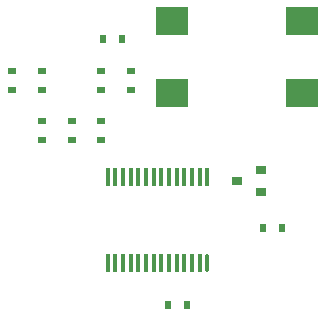
<source format=gbp>
%FSLAX25Y25*%
%MOIN*%
G70*
G01*
G75*
G04 Layer_Color=128*
%ADD10R,0.04500X0.04500*%
%ADD11R,0.01969X0.08858*%
%ADD12R,0.07874X0.09843*%
G04:AMPARAMS|DCode=13|XSize=31.5mil|YSize=11.81mil|CornerRadius=0mil|HoleSize=0mil|Usage=FLASHONLY|Rotation=180.000|XOffset=0mil|YOffset=0mil|HoleType=Round|Shape=Octagon|*
%AMOCTAGOND13*
4,1,8,-0.01575,0.00295,-0.01575,-0.00295,-0.01280,-0.00591,0.01280,-0.00591,0.01575,-0.00295,0.01575,0.00295,0.01280,0.00591,-0.01280,0.00591,-0.01575,0.00295,0.0*
%
%ADD13OCTAGOND13*%

%ADD14R,0.03150X0.01181*%
%ADD15R,0.03150X0.02362*%
%ADD16C,0.01000*%
%ADD17C,0.02000*%
%ADD18R,0.06250X0.06250*%
%ADD19R,0.15748X0.11811*%
%ADD20R,0.11811X0.15748*%
%ADD21R,0.03937X0.15748*%
%ADD22R,0.03937X0.11811*%
%ADD23R,0.06250X0.06250*%
%ADD24C,0.02500*%
%ADD25R,0.11024X0.09449*%
%ADD26R,0.03500X0.03100*%
G04:AMPARAMS|DCode=27|XSize=59.06mil|YSize=12.8mil|CornerRadius=0mil|HoleSize=0mil|Usage=FLASHONLY|Rotation=90.000|XOffset=0mil|YOffset=0mil|HoleType=Round|Shape=Octagon|*
%AMOCTAGOND27*
4,1,8,0.00320,0.02953,-0.00320,0.02953,-0.00640,0.02633,-0.00640,-0.02633,-0.00320,-0.02953,0.00320,-0.02953,0.00640,-0.02633,0.00640,0.02633,0.00320,0.02953,0.0*
%
%ADD27OCTAGOND27*%

%ADD28R,0.01280X0.05906*%
%ADD29R,0.02362X0.03150*%
%ADD30C,0.00600*%
%ADD31C,0.00750*%
%ADD32R,0.15748X1.25984*%
%ADD33R,1.41732X0.15748*%
%ADD34R,0.15748X1.25984*%
%ADD35R,1.10236X0.15748*%
%ADD36R,0.05300X0.05300*%
%ADD37R,0.02769X0.09658*%
%ADD38R,0.08674X0.10642*%
G04:AMPARAMS|DCode=39|XSize=39.5mil|YSize=19.81mil|CornerRadius=0mil|HoleSize=0mil|Usage=FLASHONLY|Rotation=180.000|XOffset=0mil|YOffset=0mil|HoleType=Round|Shape=Octagon|*
%AMOCTAGOND39*
4,1,8,-0.01975,0.00495,-0.01975,-0.00495,-0.01480,-0.00991,0.01480,-0.00991,0.01975,-0.00495,0.01975,0.00495,0.01480,0.00991,-0.01480,0.00991,-0.01975,0.00495,0.0*
%
%ADD39OCTAGOND39*%

%ADD40R,0.03950X0.01981*%
%ADD41R,0.03950X0.03162*%
%ADD42R,0.07050X0.07050*%
%ADD43R,0.00800X0.00800*%
%ADD44R,0.16548X0.12611*%
%ADD45R,0.12611X0.16548*%
%ADD46R,0.04737X0.16548*%
%ADD47R,0.04737X0.12611*%
%ADD48R,0.07050X0.07050*%
%ADD49C,0.03300*%
%ADD50R,1.25984X0.15748*%
%ADD51R,0.15748X1.10236*%
%ADD52R,0.11824X0.10249*%
%ADD53R,0.04300X0.03900*%
G04:AMPARAMS|DCode=54|XSize=67.06mil|YSize=20.8mil|CornerRadius=0mil|HoleSize=0mil|Usage=FLASHONLY|Rotation=90.000|XOffset=0mil|YOffset=0mil|HoleType=Round|Shape=Octagon|*
%AMOCTAGOND54*
4,1,8,0.00520,0.03353,-0.00520,0.03353,-0.01040,0.02833,-0.01040,-0.02833,-0.00520,-0.03353,0.00520,-0.03353,0.01040,-0.02833,0.01040,0.02833,0.00520,0.03353,0.0*
%
%ADD54OCTAGOND54*%

%ADD55R,0.02080X0.06706*%
%ADD56R,0.03162X0.03950*%
D15*
X350394Y299410D02*
D03*
Y293110D02*
D03*
X330709Y316142D02*
D03*
Y309842D02*
D03*
X340551Y299410D02*
D03*
Y293110D02*
D03*
Y316142D02*
D03*
Y309842D02*
D03*
X360236Y299410D02*
D03*
Y293110D02*
D03*
X370079Y316142D02*
D03*
Y309842D02*
D03*
X360236Y316142D02*
D03*
Y309842D02*
D03*
D25*
X383858Y332677D02*
D03*
X427165D02*
D03*
Y308661D02*
D03*
X383858D02*
D03*
D26*
X413412Y283228D02*
D03*
Y275828D02*
D03*
X405512Y279528D02*
D03*
D27*
X395669Y251969D02*
D03*
D28*
X393110D02*
D03*
X390551D02*
D03*
X387992D02*
D03*
X385433D02*
D03*
X382874D02*
D03*
X380315D02*
D03*
X377756D02*
D03*
X375197D02*
D03*
X372638D02*
D03*
X370079D02*
D03*
X367520D02*
D03*
X364961D02*
D03*
X362402D02*
D03*
X395669Y280709D02*
D03*
X393110D02*
D03*
X390551D02*
D03*
X387992D02*
D03*
X385433D02*
D03*
X382874D02*
D03*
X380315D02*
D03*
X377756D02*
D03*
X375197D02*
D03*
X372638D02*
D03*
X370079D02*
D03*
X367520D02*
D03*
X364961D02*
D03*
X362402D02*
D03*
D29*
X361024Y326772D02*
D03*
X367323D02*
D03*
X420472Y263779D02*
D03*
X414173D02*
D03*
X388976Y238189D02*
D03*
X382677D02*
D03*
M02*

</source>
